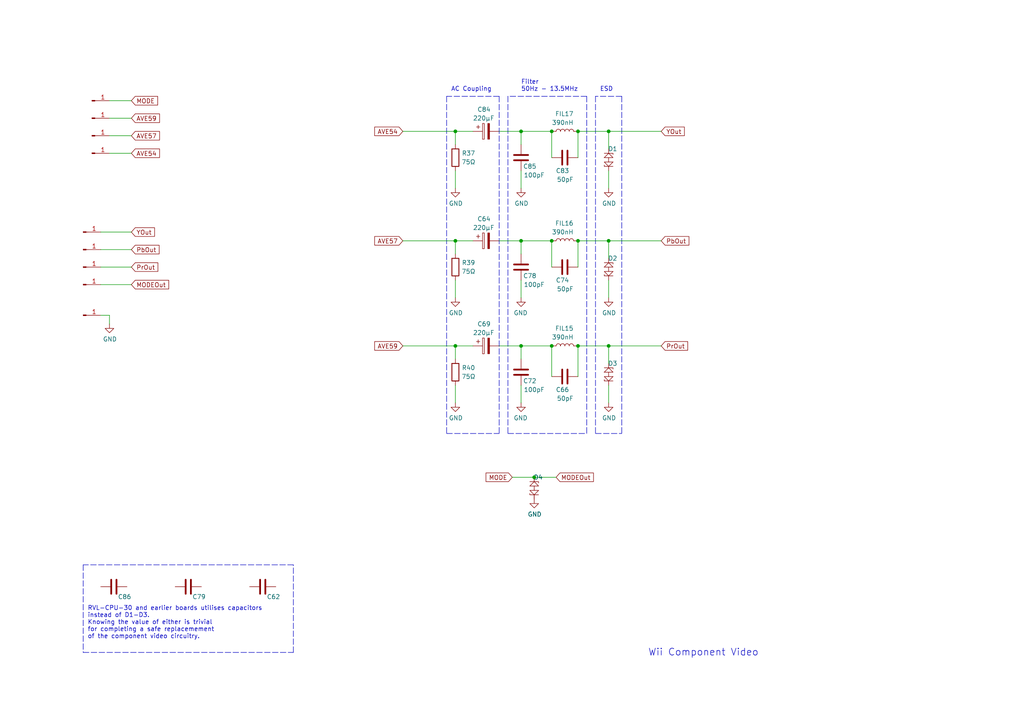
<source format=kicad_sch>
(kicad_sch (version 20211123) (generator eeschema)
  (paper "A4")
  (lib_symbols
    (symbol "Connector:Conn_01x01_Male" (pin_names (offset 1.016) hide)
      (property "Reference" "J" (at 0 2.54 0))
      (property "Value" "Conn_01x01_Male" (at 0 -2.54 0))
      (symbol "Conn_01x01_Male_1_1"
        (polyline (pts (xy 1.27 0) (xy 0.8636 0)) (stroke (width 0.1524)))
        (rectangle (start 0.8636 0.127) (end 0 -0.127) (stroke (width 0.1524)) (fill (type outline)))
        (pin passive line (at 5.08 0 180) (length 3.81) (name "Pin_1") (number "1"))
      )
    )
    (symbol "Device:C" (pin_numbers hide) (pin_names (offset 0.254))
      (property "Reference" "C" (at 0.635 2.54 0))
      (property "Value" "C" (at 0.635 -2.54 0))
      (symbol "C_0_1"
        (polyline (pts (xy -2.032 -0.762) (xy 2.032 -0.762)) (stroke (width 0.508)))
        (polyline (pts (xy -2.032 0.762) (xy 2.032 0.762)) (stroke (width 0.508)))
      )
      (symbol "C_1_1"
        (pin passive line (at 0 3.81 270) (length 2.794) (name "~") (number "1"))
        (pin passive line (at 0 -3.81 90) (length 2.794) (name "~") (number "2"))
      )
    )
    (symbol "Device:C_Polarized" (pin_numbers hide) (pin_names (offset 0.254))
      (property "Reference" "C" (at 0.635 2.54 0))
      (property "Value" "C_Polarized" (at 0.635 -2.54 0))
      (symbol "C_Polarized_0_1"
        (rectangle (start -2.286 0.508) (end 2.286 1.016))
        (polyline (pts (xy -1.778 2.286) (xy -0.762 2.286)))
        (polyline (pts (xy -1.27 2.794) (xy -1.27 1.778)))
        (rectangle (start 2.286 -0.508) (end -2.286 -1.016) (fill (type outline)))
      )
      (symbol "C_Polarized_1_1"
        (pin passive line (at 0 3.81 270) (length 2.794) (name "~") (number "1"))
        (pin passive line (at 0 -3.81 90) (length 2.794) (name "~") (number "2"))
      )
    )
    (symbol "Device:L" (pin_numbers hide) (pin_names (offset 1.016) hide)
      (property "Reference" "L" (at -1.27 0 90))
      (property "Value" "L" (at 1.905 0 90))
      (symbol "L_0_1"
        (arc (start 0 -2.54) (mid 0.635 -1.905) (end 0 -1.27))
        (arc (start 0 -1.27) (mid 0.635 -0.635) (end 0 0))
        (arc (start 0 0) (mid 0.635 0.635) (end 0 1.27))
        (arc (start 0 1.27) (mid 0.635 1.905) (end 0 2.54))
      )
      (symbol "L_1_1"
        (pin passive line (at 0 3.81 270) (length 1.27) (name "1") (number "1"))
        (pin passive line (at 0 -3.81 90) (length 1.27) (name "2") (number "2"))
      )
    )
    (symbol "Device:R" (pin_numbers hide) (pin_names (offset 0))
      (property "Reference" "R" (at 2.032 0 90))
      (property "Value" "R" (at 0 0 90))
      (symbol "R_0_1"
        (rectangle (start -1.016 -2.54) (end 1.016 2.54) (stroke (width 0.254)))
      )
      (symbol "R_1_1"
        (pin passive line (at 0 3.81 270) (length 1.27) (name "~") (number "1"))
        (pin passive line (at 0 -3.81 90) (length 1.27) (name "~") (number "2"))
      )
    )
    (symbol "PESD5V0U1UA:PESD5V0U1BA" (pin_names (offset 1.016))
      (property "Reference" "D" (at -3.81 0 0))
      (symbol "PESD5V0U1BA_1_1"
        (polyline (pts (xy 0 1.27) (xy 0 0)))
        (polyline (pts (xy -1.27 2.54) (xy 1.27 2.54) (xy 1.27 2.159)))
        (polyline (pts (xy 1.27 -1.27) (xy -1.27 -1.27) (xy -1.27 -0.889)))
        (polyline (pts (xy -1.27 1.27) (xy 1.27 1.27) (xy 0 2.54) (xy -1.27 1.27)))
        (polyline (pts (xy 1.27 0) (xy -1.27 0) (xy 0 -1.27) (xy 1.27 0)))
        (pin passive line (at 0 3.81 270) (length 1.27) (name "~") (number "1"))
        (pin passive line (at 0 -2.54 90) (length 1.27) (name "~") (number "2"))
      )
    )
    (symbol "power:GND" (power) (pin_names (offset 0))
      (property "Value" "GND" (at 0 -3.81 0))
      (symbol "GND_0_1"
        (polyline (pts (xy 0 0) (xy 0 -1.27) (xy 1.27 -1.27) (xy 0 -2.54) (xy -1.27 -1.27) (xy 0 -1.27)))
      )
      (symbol "GND_1_1"
        (pin power_in line (at 0 0 270) (length 0) hide (name "GND") (number "1"))
      )
    )
  )
  (junction (at 151.13 69.85))
  (junction (at 132.08 100.33))
  (junction (at 167.64 100.33))
  (junction (at 167.64 38.1))
  (junction (at 132.08 69.85))
  (junction (at 176.53 38.1))
  (junction (at 151.13 100.33))
  (junction (at 160.02 100.33))
  (junction (at 176.53 100.33))
  (junction (at 176.53 69.85))
  (junction (at 132.08 38.1))
  (junction (at 160.02 69.85))
  (junction (at 151.13 38.1))
  (junction (at 154.94 138.43))
  (junction (at 160.02 38.1))
  (junction (at 167.64 69.85))
  (wire (pts (xy 144.78 38.1) (xy 151.13 38.1)))
  (wire (pts (xy 160.02 45.72) (xy 160.02 38.1)))
  (wire (pts (xy 132.08 49.53) (xy 132.08 54.61)))
  (wire (pts (xy 116.84 100.33) (xy 132.08 100.33)))
  (wire (pts (xy 38.1 34.29) (xy 31.75 34.29)))
  (wire (pts (xy 137.16 38.1) (xy 132.08 38.1)))
  (wire (pts (xy 137.16 100.33) (xy 132.08 100.33)))
  (wire (pts (xy 176.53 38.1) (xy 191.77 38.1)))
  (wire (pts (xy 38.1 44.45) (xy 31.75 44.45)))
  (wire (pts (xy 176.53 69.85) (xy 191.77 69.85)))
  (wire (pts (xy 167.64 109.22) (xy 167.64 100.33)))
  (wire (pts (xy 176.53 105.41) (xy 176.53 100.33)))
  (wire (pts (xy 132.08 100.33) (xy 132.08 104.14)))
  (polyline (pts (xy 144.78 27.94) (xy 144.78 125.73)))
  (wire (pts (xy 176.53 74.93) (xy 176.53 69.85)))
  (wire (pts (xy 154.94 138.43) (xy 161.29 138.43)))
  (wire (pts (xy 176.53 81.28) (xy 176.53 86.36)))
  (polyline (pts (xy 24.13 189.23) (xy 85.09 189.23)))
  (wire (pts (xy 151.13 69.85) (xy 160.02 69.85)))
  (polyline (pts (xy 129.54 27.94) (xy 129.54 125.73)))
  (wire (pts (xy 160.02 38.1) (xy 151.13 38.1)))
  (wire (pts (xy 160.02 109.22) (xy 160.02 100.33)))
  (wire (pts (xy 176.53 111.76) (xy 176.53 116.84)))
  (wire (pts (xy 132.08 111.76) (xy 132.08 116.84)))
  (wire (pts (xy 29.21 82.55) (xy 38.1 82.55)))
  (wire (pts (xy 151.13 100.33) (xy 160.02 100.33)))
  (polyline (pts (xy 170.18 27.94) (xy 170.18 125.73)))
  (wire (pts (xy 167.64 100.33) (xy 176.53 100.33)))
  (polyline (pts (xy 144.78 27.94) (xy 129.54 27.94)))
  (polyline (pts (xy 180.34 27.94) (xy 180.34 125.73)))
  (wire (pts (xy 38.1 39.37) (xy 31.75 39.37)))
  (wire (pts (xy 167.64 38.1) (xy 176.53 38.1)))
  (wire (pts (xy 167.64 45.72) (xy 167.64 38.1)))
  (wire (pts (xy 116.84 69.85) (xy 132.08 69.85)))
  (wire (pts (xy 137.16 69.85) (xy 132.08 69.85)))
  (polyline (pts (xy 24.13 163.83) (xy 24.13 189.23)))
  (wire (pts (xy 148.59 138.43) (xy 154.94 138.43)))
  (wire (pts (xy 31.75 91.44) (xy 31.75 93.98)))
  (wire (pts (xy 38.1 29.21) (xy 31.75 29.21)))
  (wire (pts (xy 38.1 77.47) (xy 29.21 77.47)))
  (wire (pts (xy 176.53 38.1) (xy 176.53 43.18)))
  (wire (pts (xy 176.53 100.33) (xy 191.77 100.33)))
  (polyline (pts (xy 170.18 27.94) (xy 147.32 27.94)))
  (polyline (pts (xy 85.09 163.83) (xy 24.13 163.83)))
  (wire (pts (xy 151.13 49.53) (xy 151.13 54.61)))
  (wire (pts (xy 29.21 72.39) (xy 38.1 72.39)))
  (wire (pts (xy 151.13 69.85) (xy 151.13 73.66)))
  (wire (pts (xy 151.13 100.33) (xy 151.13 104.14)))
  (polyline (pts (xy 129.54 125.73) (xy 144.78 125.73)))
  (wire (pts (xy 144.78 100.33) (xy 151.13 100.33)))
  (polyline (pts (xy 85.09 189.23) (xy 85.09 163.83)))
  (wire (pts (xy 132.08 69.85) (xy 132.08 73.66)))
  (wire (pts (xy 38.1 67.31) (xy 29.21 67.31)))
  (polyline (pts (xy 147.32 125.73) (xy 170.18 125.73)))
  (polyline (pts (xy 180.34 27.94) (xy 172.72 27.94)))
  (wire (pts (xy 29.21 91.44) (xy 31.75 91.44)))
  (wire (pts (xy 151.13 81.28) (xy 151.13 86.36)))
  (wire (pts (xy 176.53 49.53) (xy 176.53 54.61)))
  (wire (pts (xy 116.84 38.1) (xy 132.08 38.1)))
  (wire (pts (xy 151.13 38.1) (xy 151.13 41.91)))
  (wire (pts (xy 151.13 69.85) (xy 144.78 69.85)))
  (wire (pts (xy 132.08 38.1) (xy 132.08 41.91)))
  (polyline (pts (xy 172.72 27.94) (xy 172.72 125.73)))
  (polyline (pts (xy 172.72 125.73) (xy 180.34 125.73)))
  (wire (pts (xy 167.64 69.85) (xy 176.53 69.85)))
  (wire (pts (xy 160.02 77.47) (xy 160.02 69.85)))
  (polyline (pts (xy 147.32 27.94) (xy 147.32 125.73)))
  (wire (pts (xy 132.08 81.28) (xy 132.08 86.36)))
  (wire (pts (xy 167.64 77.47) (xy 167.64 69.85)))
  (wire (pts (xy 151.13 111.76) (xy 151.13 116.84)))
  (text "RVL-CPU-30 and earlier boards utilises capacitors\ninstead of D1-D3. \nKnowing the value of either is trivial\nfor completing a safe replacemement\nof the component video circuitry." (at 25.4 185.42 0) (effects (font (size 1.27 1.27)) (justify left bottom)))
  (text "Filter\n50Hz - 13.5MHz" (at 151.13 26.67 0) (effects (font (size 1.27 1.27)) (justify left bottom)))
  (text "Wii Component Video" (at 187.96 190.5 0) (effects (font (size 2.0066 2.0066)) (justify left bottom)))
  (text "ESD" (at 173.99 26.67 0) (effects (font (size 1.27 1.27)) (justify left bottom)))
  (text "AC Coupling" (at 130.81 26.67 0) (effects (font (size 1.27 1.27)) (justify left bottom)))
  (global_label "AVE59" (shape input) (at 116.84 100.33 180) (property "Intersheet References" "${INTERSHEET_REFS}" (effects hide)))
  (global_label "YOut" (shape input) (at 191.77 38.1 0) (property "Intersheet References" "${INTERSHEET_REFS}" (effects hide)))
  (global_label "PrOut" (shape input) (at 38.1 77.47 0) (property "Intersheet References" "${INTERSHEET_REFS}" (effects hide)))
  (global_label "MODE" (shape input) (at 148.59 138.43 180) (property "Intersheet References" "${INTERSHEET_REFS}" (effects hide)))
  (global_label "AVE54" (shape input) (at 38.1 44.45 0) (property "Intersheet References" "${INTERSHEET_REFS}" (effects hide)))
  (global_label "AVE57" (shape input) (at 38.1 39.37 0) (property "Intersheet References" "${INTERSHEET_REFS}" (effects hide)))
  (global_label "MODEOut" (shape input) (at 161.29 138.43 0) (property "Intersheet References" "${INTERSHEET_REFS}" (effects hide)))
  (global_label "MODE" (shape input) (at 38.1 29.21 0) (property "Intersheet References" "${INTERSHEET_REFS}" (effects hide)))
  (global_label "AVE59" (shape input) (at 38.1 34.29 0) (property "Intersheet References" "${INTERSHEET_REFS}" (effects hide)))
  (global_label "AVE57" (shape input) (at 116.84 69.85 180) (property "Intersheet References" "${INTERSHEET_REFS}" (effects hide)))
  (global_label "AVE54" (shape input) (at 116.84 38.1 180) (property "Intersheet References" "${INTERSHEET_REFS}" (effects hide)))
  (global_label "MODEOut" (shape input) (at 38.1 82.55 0) (property "Intersheet References" "${INTERSHEET_REFS}" (effects hide)))
  (global_label "PbOut" (shape input) (at 38.1 72.39 0) (property "Intersheet References" "${INTERSHEET_REFS}" (effects hide)))
  (global_label "YOut" (shape input) (at 38.1 67.31 0) (property "Intersheet References" "${INTERSHEET_REFS}" (effects hide)))
  (global_label "PbOut" (shape input) (at 191.77 69.85 0) (property "Intersheet References" "${INTERSHEET_REFS}" (effects hide)))
  (global_label "PrOut" (shape input) (at 191.77 100.33 0) (property "Intersheet References" "${INTERSHEET_REFS}" (effects hide)))
  (symbol (lib_id "Device:C") (at 33.02 170.18 270) (unit 1)
    (property "Reference" "C86" (at 34.1884 173.101 90) (effects (justify left)))
    (property "Value" "50pF" (effects hide))
  )
  (symbol (lib_id "Device:C") (at 54.61 170.18 270) (unit 1)
    (property "Reference" "C79" (at 55.7784 173.101 90) (effects (justify left)))
    (property "Value" "50pF" (effects hide))
  )
  (symbol (lib_id "Device:C") (at 163.83 109.22 90) (mirror x) (unit 1)
    (property "Reference" "C66" (at 165.1 113.03 90) (effects (justify left)))
    (property "Value" "50pF" (at 166.37 115.57 90) (effects (justify left)))
    (property "Footprint" "Capacitor_SMD:C_0603_1608Metric_Pad1.05x0.95mm_HandSolder" (effects hide))
  )
  (symbol (lib_id "Device:C") (at 76.2 170.18 270) (unit 1)
    (property "Reference" "C62" (at 77.3684 173.101 90) (effects (justify left)))
    (property "Value" "50pF" (effects hide))
  )
  (symbol (lib_id "Device:C") (at 151.13 107.95 0) (mirror x) (unit 1)
    (property "Reference" "C72" (at 153.67 110.49 0))
    (property "Value" "100pF" (at 154.94 113.03 0))
    (property "Footprint" "Capacitor_SMD:C_0603_1608Metric_Pad1.05x0.95mm_HandSolder" (effects hide))
  )
  (symbol (lib_id "Device:C") (at 163.83 77.47 90) (mirror x) (unit 1)
    (property "Reference" "C74" (at 165.1 81.28 90) (effects (justify left)))
    (property "Value" "50pF" (at 166.37 83.82 90) (effects (justify left)))
    (property "Footprint" "Capacitor_SMD:C_0603_1608Metric_Pad1.05x0.95mm_HandSolder" (effects hide))
  )
  (symbol (lib_id "Device:C") (at 151.13 77.47 0) (mirror x) (unit 1)
    (property "Reference" "C78" (at 153.67 80.01 0))
    (property "Value" "100pF" (at 154.94 82.55 0))
    (property "Footprint" "Capacitor_SMD:C_0603_1608Metric_Pad1.05x0.95mm_HandSolder" (effects hide))
  )
  (symbol (lib_id "Device:C") (at 163.83 45.72 90) (mirror x) (unit 1)
    (property "Reference" "C83" (at 165.1 49.53 90) (effects (justify left)))
    (property "Value" "50pF" (at 166.37 52.07 90) (effects (justify left)))
    (property "Footprint" "Capacitor_SMD:C_0603_1608Metric_Pad1.05x0.95mm_HandSolder" (effects hide))
  )
  (symbol (lib_id "Device:C") (at 151.13 45.72 0) (mirror x) (unit 1)
    (property "Reference" "C85" (at 153.67 48.26 0))
    (property "Value" "100pF" (at 154.94 50.8 0))
    (property "Footprint" "Capacitor_SMD:C_0603_1608Metric_Pad1.05x0.95mm_HandSolder" (effects hide))
  )
  (symbol (lib_id "Device:C_Polarized") (at 140.97 100.33 90) (mirror x) (unit 1)
    (property "Reference" "C69" (at 138.43 93.98 90) (effects (justify right)))
    (property "Value" "220μF" (at 137.16 96.52 90) (effects (justify right)))
    (property "Footprint" "Capacitor_Tantalum_SMD:CP_EIA-7343-15_Kemet-W_Pad2.25x2.55mm_HandSolder" (effects hide))
    (property "max. Voltage" "6V" (effects hide))
  )
  (symbol (lib_id "Device:C_Polarized") (at 140.97 69.85 90) (mirror x) (unit 1)
    (property "Reference" "C64" (at 138.43 63.5 90) (effects (justify right)))
    (property "Value" "220μF" (at 137.16 66.04 90) (effects (justify right)))
    (property "Footprint" "Capacitor_Tantalum_SMD:CP_EIA-7343-15_Kemet-W_Pad2.25x2.55mm_HandSolder" (effects hide))
    (property "max. Voltage" "6V" (effects hide))
  )
  (symbol (lib_id "Device:C_Polarized") (at 140.97 38.1 90) (mirror x) (unit 1)
    (property "Reference" "C84" (at 138.43 31.75 90) (effects (justify right)))
    (property "Value" "220μF" (at 137.16 34.29 90) (effects (justify right)))
    (property "Footprint" "Capacitor_Tantalum_SMD:CP_EIA-7343-15_Kemet-W_Pad2.25x2.55mm_HandSolder" (effects hide))
    (property "max. Voltage" "6V" (effects hide))
  )
  (symbol (lib_id "Device:R") (at 132.08 45.72 0) (mirror y) (unit 1)
    (property "Reference" "R37" (at 135.89 44.45 0))
    (property "Value" "75Ω" (at 135.89 46.99 0))
    (property "Footprint" "Resistor_SMD:R_0603_1608Metric_Pad1.05x0.95mm_HandSolder" (effects hide))
  )
  (symbol (lib_id "Device:R") (at 132.08 77.47 0) (mirror x) (unit 1)
    (property "Reference" "R39" (at 135.89 76.2 0))
    (property "Value" "75Ω" (at 135.89 78.74 0))
    (property "Footprint" "Resistor_SMD:R_0603_1608Metric_Pad1.05x0.95mm_HandSolder" (effects hide))
  )
  (symbol (lib_id "Device:R") (at 132.08 107.95 0) (mirror x) (unit 1)
    (property "Reference" "R40" (at 135.89 106.68 0))
    (property "Value" "75Ω" (at 135.89 109.22 0))
    (property "Footprint" "Resistor_SMD:R_0603_1608Metric_Pad1.05x0.95mm_HandSolder" (effects hide))
  )
  (symbol (lib_id "Device:L") (at 163.83 38.1 270) (mirror x) (unit 1)
    (property "Reference" "FIL17" (at 166.37 33.02 90) (effects (justify right)))
    (property "Value" "390nH" (at 166.37 35.56 90) (effects (justify right)))
    (property "Footprint" "Inductor_SMD:L_0603_1608Metric_Pad1.05x0.95mm_HandSolder" (effects hide))
  )
  (symbol (lib_id "Device:L") (at 163.83 69.85 270) (mirror x) (unit 1)
    (property "Reference" "FIL16" (at 166.37 64.77 90) (effects (justify right)))
    (property "Value" "390nH" (at 166.37 67.31 90) (effects (justify right)))
    (property "Footprint" "Inductor_SMD:L_0603_1608Metric_Pad1.05x0.95mm_HandSolder" (effects hide))
  )
  (symbol (lib_id "Device:L") (at 163.83 100.33 270) (mirror x) (unit 1)
    (property "Reference" "FIL15" (at 166.37 95.25 90) (effects (justify right)))
    (property "Value" "390nH" (at 166.37 97.79 90) (effects (justify right)))
    (property "Footprint" "Inductor_SMD:L_0603_1608Metric_Pad1.05x0.95mm_HandSolder" (effects hide))
  )
  (symbol (lib_id "PESD5V0U1UA:PESD5V0U1BA") (at 176.53 46.99 0) (unit 1)
    (property "Reference" "D1" (at 179.07 43.18 0) (effects (justify right)))
    (property "Value" "PESD5V0U1BA" (effects hide))
    (property "Footprint" "Diode_SMD:D_SOD-323_HandSoldering" (effects hide))
  )
  (symbol (lib_id "PESD5V0U1UA:PESD5V0U1BA") (at 176.53 78.74 0) (unit 1)
    (property "Reference" "D2" (at 179.07 74.93 0) (effects (justify right)))
    (property "Value" "PESD5V0U1BA" (effects hide))
    (property "Footprint" "Diode_SMD:D_SOD-323_HandSoldering" (effects hide))
  )
  (symbol (lib_id "PESD5V0U1UA:PESD5V0U1BA") (at 176.53 109.22 0) (unit 1)
    (property "Reference" "D3" (at 179.07 105.41 0) (effects (justify right)))
    (property "Value" "PESD5V0U1BA" (effects hide))
    (property "Footprint" "Diode_SMD:D_SOD-323_HandSoldering" (effects hide))
  )
  (symbol (lib_id "PESD5V0U1UA:PESD5V0U1BA") (at 154.94 142.24 0) (unit 1)
    (property "Reference" "D4" (at 157.48 138.43 0) (effects (justify right)))
    (property "Value" "PESD5V0U1BA" (effects hide))
    (property "Footprint" "Diode_SMD:D_SOD-323_HandSoldering" (effects hide))
  )
  (symbol (lib_id "power:GND") (at 154.94 144.78 0) (unit 1)
    (property "Reference" "#PWR0110" (effects hide))
    (property "Value" "GND" (at 155.067 149.1742 0))
  )
  (symbol (lib_id "Connector:Conn_01x01_Male") (at 26.67 29.21 0) (unit 1)
    (property "Reference" "J5" (effects hide))
    (property "Value" "Conn_01x01_Male" (effects hide))
    (property "Footprint" "Pad:pad" (effects hide))
  )
  (symbol (lib_id "Connector:Conn_01x01_Male") (at 26.67 34.29 0) (unit 1)
    (property "Reference" "J6" (effects hide))
    (property "Value" "Conn_01x01_Male" (effects hide))
    (property "Footprint" "Pad:pad" (effects hide))
  )
  (symbol (lib_id "Connector:Conn_01x01_Male") (at 26.67 39.37 0) (unit 1)
    (property "Reference" "J7" (effects hide))
    (property "Value" "Conn_01x01_Male" (effects hide))
    (property "Footprint" "Pad:pad" (effects hide))
  )
  (symbol (lib_id "Connector:Conn_01x01_Male") (at 26.67 44.45 0) (unit 1)
    (property "Reference" "J8" (effects hide))
    (property "Value" "Conn_01x01_Male" (effects hide))
    (property "Footprint" "Pad:pad" (effects hide))
  )
  (symbol (lib_id "Connector:Conn_01x01_Male") (at 24.13 82.55 0) (unit 1)
    (property "Reference" "J4" (effects hide))
    (property "Value" "Conn_01x01_Male" (effects hide))
    (property "Footprint" "Pad:pad" (effects hide))
  )
  (symbol (lib_id "Connector:Conn_01x01_Male") (at 24.13 67.31 0) (unit 1)
    (property "Reference" "J1" (effects hide))
    (property "Value" "Conn_01x01_Male" (effects hide))
    (property "Footprint" "Pad:pad" (effects hide))
  )
  (symbol (lib_id "Connector:Conn_01x01_Male") (at 24.13 72.39 0) (unit 1)
    (property "Reference" "J2" (effects hide))
    (property "Value" "Conn_01x01_Male" (effects hide))
    (property "Footprint" "Pad:pad" (effects hide))
  )
  (symbol (lib_id "Connector:Conn_01x01_Male") (at 24.13 77.47 0) (unit 1)
    (property "Reference" "J3" (effects hide))
    (property "Value" "Conn_01x01_Male" (effects hide))
    (property "Footprint" "Pad:pad" (effects hide))
  )
  (symbol (lib_id "Connector:Conn_01x01_Male") (at 24.13 91.44 0) (unit 1)
    (property "Reference" "J?" (effects hide))
    (property "Value" "Conn_01x01_Male" (effects hide))
    (property "Footprint" "Pad:pad" (effects hide))
  )
  (symbol (lib_id "power:GND") (at 31.75 93.98 0) (unit 1)
    (property "Reference" "#PWR?" (effects hide))
    (property "Value" "GND" (at 31.877 98.3742 0))
  )
  (symbol (lib_id "power:GND") (at 151.13 86.36 0) (mirror y) (unit 1)
    (property "Reference" "#PWR0101" (effects hide))
    (property "Value" "GND" (at 151.003 90.7542 0))
  )
  (symbol (lib_id "power:GND") (at 151.13 116.84 0) (mirror y) (unit 1)
    (property "Reference" "#PWR0102" (effects hide))
    (property "Value" "GND" (at 151.003 121.2342 0))
  )
  (symbol (lib_id "power:GND") (at 132.08 54.61 0) (unit 1)
    (property "Reference" "#PWR0103" (effects hide))
    (property "Value" "GND" (at 132.207 59.0042 0))
  )
  (symbol (lib_id "power:GND") (at 151.13 54.61 0) (unit 1)
    (property "Reference" "#PWR0104" (effects hide))
    (property "Value" "GND" (at 151.257 59.0042 0))
  )
  (symbol (lib_id "power:GND") (at 176.53 54.61 0) (unit 1)
    (property "Reference" "#PWR0105" (effects hide))
    (property "Value" "GND" (at 176.657 59.0042 0))
  )
  (symbol (lib_id "power:GND") (at 132.08 86.36 0) (unit 1)
    (property "Reference" "#PWR0106" (effects hide))
    (property "Value" "GND" (at 132.207 90.7542 0))
  )
  (symbol (lib_id "power:GND") (at 176.53 86.36 0) (unit 1)
    (property "Reference" "#PWR0107" (effects hide))
    (property "Value" "GND" (at 176.657 90.7542 0))
  )
  (symbol (lib_id "power:GND") (at 132.08 116.84 0) (unit 1)
    (property "Reference" "#PWR0108" (effects hide))
    (property "Value" "GND" (at 132.207 121.2342 0))
  )
  (symbol (lib_id "power:GND") (at 176.53 116.84 0) (unit 1)
    (property "Reference" "#PWR0109" (effects hide))
    (property "Value" "GND" (at 176.657 121.2342 0))
  )
)
</source>
